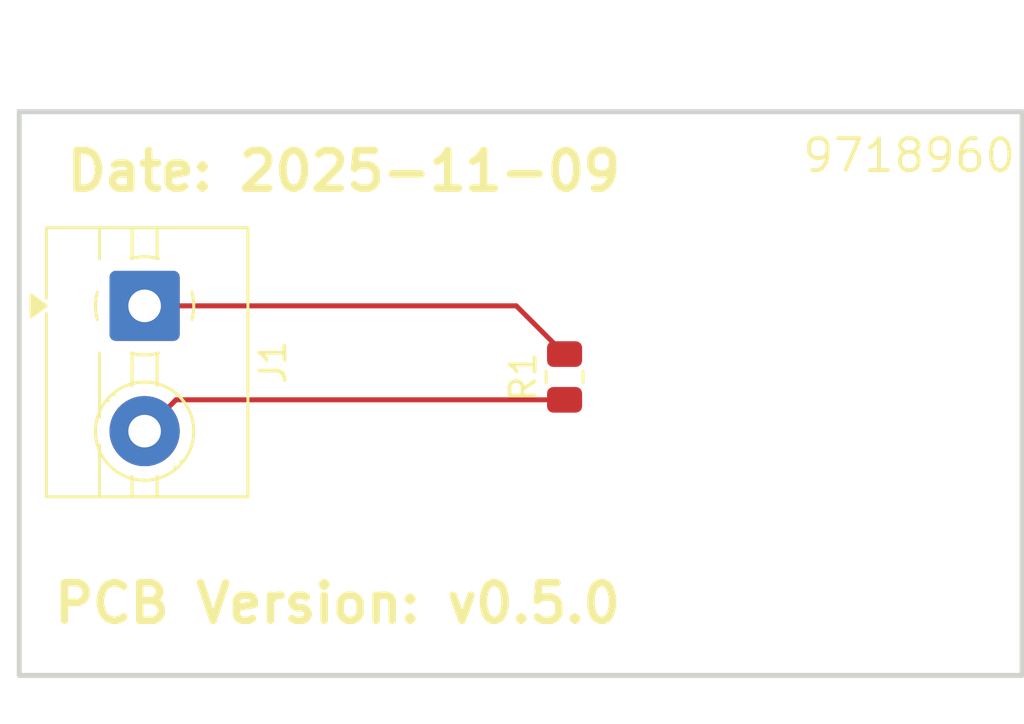
<source format=kicad_pcb>
(kicad_pcb (version 20241229) (generator "pcbnew") (generator_version "9.0")
  (title_block (date "2025-11-09") (rev "0.5.0") (comment 9 "9718960") (comment 8 "KiCad Template"))
  (layers (0 "F.Cu" signal) (2 "B.Cu" signal) (13 "F.Paste" user) (15 "B.Paste" user) (5 "F.SilkS" user "F.Silkscreen") (7 "B.SilkS" user "B.Silkscreen") (1 "F.Mask" user) (3 "B.Mask" user) (25 "Edge.Cuts" user))
  (net 0 "")
  (net 1 "Net-(J1-Pin_2)")
  (net 2 "GND")
  (footprint "2s_connectors:TerminalBlock_MaiXu_MX126-5.0-02P_1x02_P5.00mm" (layer "F.Cu") (at 144.25 59.25 -90)
    (property "Reference" "J1" (at 2.25 -5.12 90) (layer "F.SilkS"))
    (property "Value" "Screw Terminal Block 5.00 mm 2 pol")
    (fp_line (start -3.12 3.92) (end -0.3 3.92) (stroke (width 0.12)) (layer "F.SilkS"))
    (fp_line (start 0.3 3.92) (end 7.62 3.92) (stroke (width 0.12)) (layer "F.SilkS"))
    (fp_line (start -3.12 1.8) (end -1.88 1.8) (stroke (width 0.12)) (layer "F.SilkS"))
    (fp_line (start 1.88 1.8) (end 4.457 1.8) (stroke (width 0.12)) (layer "F.SilkS"))
    (fp_line (start 5.543 1.8) (end 7.62 1.8) (stroke (width 0.12)) (layer "F.SilkS"))
    (fp_line (start 3.795 1.443) (end 3.752 1.486) (stroke (width 0.12)) (layer "F.SilkS"))
    (fp_line (start 3.556 1.204) (end 3.513 1.247) (stroke (width 0.12)) (layer "F.SilkS"))
    (fp_line (start -3.12 0.5) (end -1.88 0.5) (stroke (width 0.12)) (layer "F.SilkS"))
    (fp_line (start 1.88 0.5) (end 3.188 0.5) (stroke (width 0.12)) (layer "F.SilkS"))
    (fp_line (start 6.812 0.5) (end 7.62 0.5) (stroke (width 0.12)) (layer "F.SilkS"))
    (fp_line (start -3.12 -0.5) (end -1.88 -0.5) (stroke (width 0.12)) (layer "F.SilkS"))
    (fp_line (start 1.88 -0.5) (end 3.188 -0.5) (stroke (width 0.12)) (layer "F.SilkS"))
    (fp_line (start 6.812 -0.5) (end 7.62 -0.5) (stroke (width 0.12)) (layer "F.SilkS"))
    (fp_line (start 6.487 -1.247) (end 6.444 -1.204) (stroke (width 0.12)) (layer "F.SilkS"))
    (fp_line (start 6.247 -1.486) (end 6.204 -1.443) (stroke (width 0.12)) (layer "F.SilkS"))
    (fp_line (start -3.12 -4.12) (end -3.12 3.92) (stroke (width 0.12)) (layer "F.SilkS"))
    (fp_line (start -3.12 -4.12) (end 7.62 -4.12) (stroke (width 0.12)) (layer "F.SilkS"))
    (fp_line (start 7.62 -4.12) (end 7.62 3.92) (stroke (width 0.12)) (layer "F.SilkS"))
    (fp_arc (start 0.554 1.88) (mid -0.000246 1.959928) (end -0.554472 1.879861) (stroke (width 0.12)) (layer "F.SilkS"))
    (fp_arc (start -1.88 0.554) (mid -1.959928 -0.000246) (end -1.879861 -0.554472) (stroke (width 0.12)) (layer "F.SilkS"))
    (fp_arc (start 1.88 -0.554) (mid 1.959928 0.000246) (end 1.879861 0.554472) (stroke (width 0.12)) (layer "F.SilkS"))
    (fp_arc (start -0.554 -1.88) (mid 0.000246 -1.959928) (end 0.554472 -1.879861) (stroke (width 0.12)) (layer "F.SilkS"))
    (fp_circle (center 5 0) (end 6.96 0) (stroke (width 0.12)) (fill no) (layer "F.SilkS"))
    (fp_poly (pts (xy 0 3.92) (xy 0.44 4.53) (xy -0.44 4.53) (xy 0 3.92)) (stroke (width 0.12)) (fill yes) (layer "F.SilkS"))
    (pad "1" thru_hole roundrect (at 0 0 270) (size 2.8 2.8) (drill 1.3) (layers "*.Cu" "*.Mask") (roundrect_rratio 0.089286) (net 2 "GND"))
    (pad "2" thru_hole circle (at 5 0 270) (size 2.8 2.8) (drill 1.3) (layers "*.Cu" "*.Mask") (net 1 "Net-(J1-Pin_2)"))
  )
  (footprint "Resistor_SMD:R_0805_2012Metric" (layer "F.Cu") (at 161 62.0875 90)
    (property "Reference" "R1" (at 0 -1.65 90) (layer "F.SilkS"))
    (property "Value" "47k_0805")
    (fp_line (start -0.227064 -0.735) (end 0.227064 -0.735) (stroke (width 0.12)) (layer "F.SilkS"))
    (fp_line (start -0.227064 0.735) (end 0.227064 0.735) (stroke (width 0.12)) (layer "F.SilkS"))
    (pad "1" smd roundrect (at -0.9125 0 90) (size 1.025 1.4) (layers "F.Cu" "F.Mask" "F.Paste") (roundrect_rratio 0.243902) (net 1 "Net-(J1-Pin_2)"))
    (pad "2" smd roundrect (at 0.9125 0 90) (size 1.025 1.4) (layers "F.Cu" "F.Mask" "F.Paste") (roundrect_rratio 0.243902) (net 2 "GND"))
  )
  (gr_rect (start 139.25 51.5) (end 179.25 74) (stroke (width 0.2)) (fill no) (layer "Edge.Cuts"))
  (gr_text "PCB Version: v${REVISION}" (at 140.5 72 0) (layer "F.SilkS") (effects (font (size 1.5 1.5) (thickness 0.3) (bold yes)) (justify left bottom)))
  (gr_text "${COMMENT9}" (at 174.75 53.25 0) (layer "F.SilkS") (effects (font (size 1.27 1.27))))
  (gr_text "Date: ${ISSUE_DATE}" (at 141 54.75 0) (layer "F.SilkS") (effects (font (size 1.5 1.5) (thickness 0.3) (bold yes)) (justify left bottom)))
  (segment (start 145.5 63) (end 144.25 64.25) (width 0.2) (layer "F.Cu") (net 1))
  (segment (start 161 63) (end 145.5 63) (width 0.2) (layer "F.Cu") (net 1))
  (segment (start 144.25 59.25) (end 159.075 59.25) (width 0.2) (layer "F.Cu") (net 2))
  (segment (start 159.075 59.25) (end 161 61.175) (width 0.2) (layer "F.Cu") (net 2))
)
</source>
